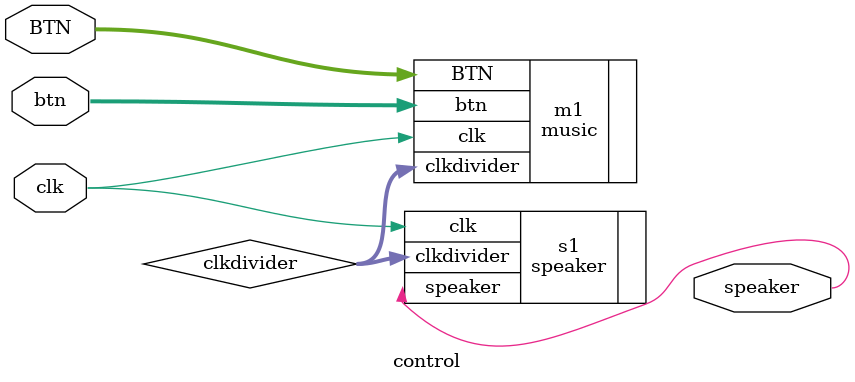
<source format=v>
module control (
    input clk,
    input [3:0] BTN,
    input [7:0] btn,
    output speaker
    );
wire [18:0] clkdivider;
music m1(
    .clk        (clk),
    .BTN        (BTN),
    .btn        (btn),
    .clkdivider (clkdivider)
    );

speaker s1(
    .clk        (clk),
    .clkdivider (clkdivider),
    .speaker    (speaker)
    );
    
endmodule
</source>
